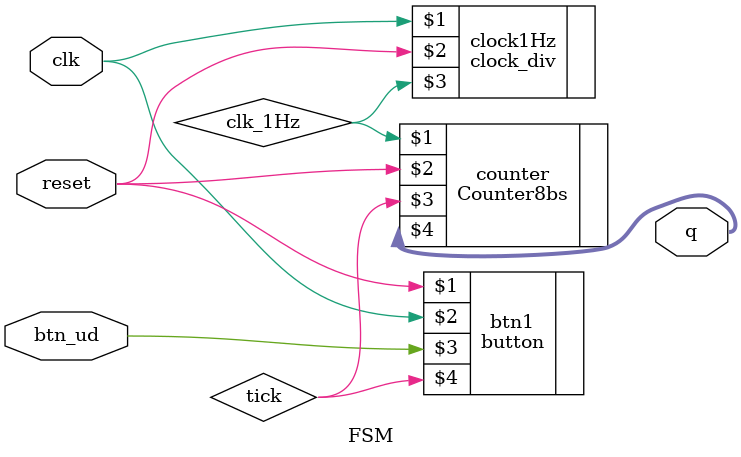
<source format=v>
`timescale 1ns / 1ps
module FSM(
	input reset, clk, btn_ud,
	output [7:0] q
	);
	wire clk_1Hz, tick;
clock_div clock1Hz (clk, reset, clk_1Hz);
button btn1 (reset, clk, btn_ud, tick);
Counter8bs counter (clk_1Hz, reset, tick, q);
endmodule


</source>
